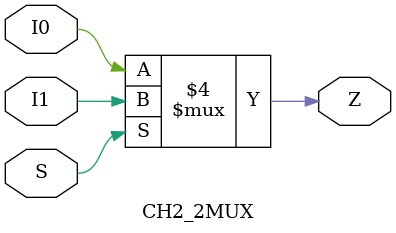
<source format=v>

module CH2_2MUX(
	I0, I1, S,
	Z
);

input I0, I1;
input S;
output Z;

reg Z;

always @(I0, I1, S)
begin
	if(S==0)Z = I0;
	else Z = I1;
end

endmodule
</source>
